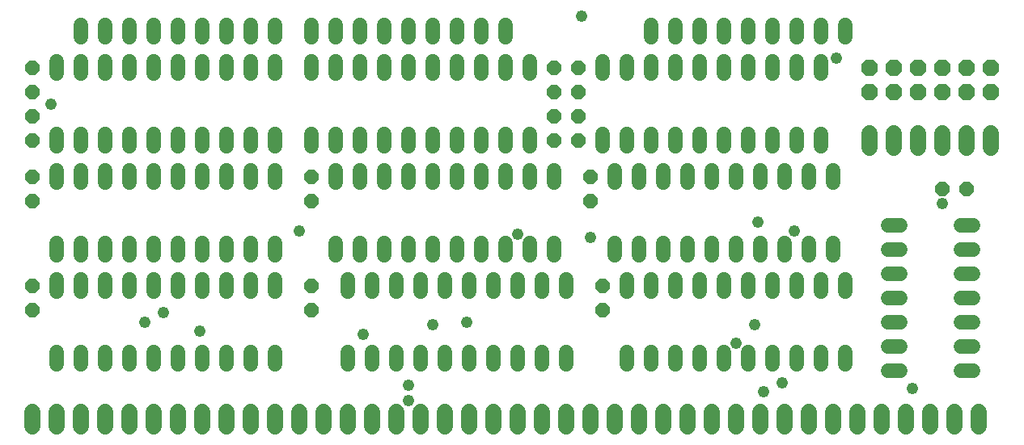
<source format=gts>
G75*
%MOIN*%
%OFA0B0*%
%FSLAX24Y24*%
%IPPOS*%
%LPD*%
%AMOC8*
5,1,8,0,0,1.08239X$1,22.5*
%
%ADD10C,0.0600*%
%ADD11C,0.0680*%
%ADD12OC8,0.0680*%
%ADD13OC8,0.0600*%
%ADD14C,0.0480*%
D10*
X002367Y003340D02*
X002367Y003860D01*
X003367Y003860D02*
X003367Y003340D01*
X004367Y003340D02*
X004367Y003860D01*
X005367Y003860D02*
X005367Y003340D01*
X006367Y003340D02*
X006367Y003860D01*
X007367Y003860D02*
X007367Y003340D01*
X008367Y003340D02*
X008367Y003860D01*
X009367Y003860D02*
X009367Y003340D01*
X010367Y003340D02*
X010367Y003860D01*
X011367Y003860D02*
X011367Y003340D01*
X014367Y003340D02*
X014367Y003860D01*
X015367Y003860D02*
X015367Y003340D01*
X016367Y003340D02*
X016367Y003860D01*
X017367Y003860D02*
X017367Y003340D01*
X018367Y003340D02*
X018367Y003860D01*
X019367Y003860D02*
X019367Y003340D01*
X020367Y003340D02*
X020367Y003860D01*
X021367Y003860D02*
X021367Y003340D01*
X022367Y003340D02*
X022367Y003860D01*
X023367Y003860D02*
X023367Y003340D01*
X025867Y003340D02*
X025867Y003860D01*
X026867Y003860D02*
X026867Y003340D01*
X027867Y003340D02*
X027867Y003860D01*
X028867Y003860D02*
X028867Y003340D01*
X029867Y003340D02*
X029867Y003860D01*
X030867Y003860D02*
X030867Y003340D01*
X031867Y003340D02*
X031867Y003860D01*
X032867Y003860D02*
X032867Y003340D01*
X033867Y003340D02*
X033867Y003860D01*
X034867Y003860D02*
X034867Y003340D01*
X036607Y003100D02*
X037127Y003100D01*
X037127Y004100D02*
X036607Y004100D01*
X036607Y005100D02*
X037127Y005100D01*
X037127Y006100D02*
X036607Y006100D01*
X034867Y006340D02*
X034867Y006860D01*
X033867Y006860D02*
X033867Y006340D01*
X032867Y006340D02*
X032867Y006860D01*
X031867Y006860D02*
X031867Y006340D01*
X030867Y006340D02*
X030867Y006860D01*
X029867Y006860D02*
X029867Y006340D01*
X028867Y006340D02*
X028867Y006860D01*
X027867Y006860D02*
X027867Y006340D01*
X026867Y006340D02*
X026867Y006860D01*
X025867Y006860D02*
X025867Y006340D01*
X023367Y006340D02*
X023367Y006860D01*
X022367Y006860D02*
X022367Y006340D01*
X021367Y006340D02*
X021367Y006860D01*
X020367Y006860D02*
X020367Y006340D01*
X019367Y006340D02*
X019367Y006860D01*
X018367Y006860D02*
X018367Y006340D01*
X017367Y006340D02*
X017367Y006860D01*
X016367Y006860D02*
X016367Y006340D01*
X015367Y006340D02*
X015367Y006860D01*
X014367Y006860D02*
X014367Y006340D01*
X011367Y006340D02*
X011367Y006860D01*
X010367Y006860D02*
X010367Y006340D01*
X009367Y006340D02*
X009367Y006860D01*
X008367Y006860D02*
X008367Y006340D01*
X007367Y006340D02*
X007367Y006860D01*
X006367Y006860D02*
X006367Y006340D01*
X005367Y006340D02*
X005367Y006860D01*
X004367Y006860D02*
X004367Y006340D01*
X003367Y006340D02*
X003367Y006860D01*
X002367Y006860D02*
X002367Y006340D01*
X002367Y007840D02*
X002367Y008360D01*
X003367Y008360D02*
X003367Y007840D01*
X004367Y007840D02*
X004367Y008360D01*
X005367Y008360D02*
X005367Y007840D01*
X006367Y007840D02*
X006367Y008360D01*
X007367Y008360D02*
X007367Y007840D01*
X008367Y007840D02*
X008367Y008360D01*
X009367Y008360D02*
X009367Y007840D01*
X010367Y007840D02*
X010367Y008360D01*
X011367Y008360D02*
X011367Y007840D01*
X013867Y007840D02*
X013867Y008360D01*
X014867Y008360D02*
X014867Y007840D01*
X015867Y007840D02*
X015867Y008360D01*
X016867Y008360D02*
X016867Y007840D01*
X017867Y007840D02*
X017867Y008360D01*
X018867Y008360D02*
X018867Y007840D01*
X019867Y007840D02*
X019867Y008360D01*
X020867Y008360D02*
X020867Y007840D01*
X021867Y007840D02*
X021867Y008360D01*
X022867Y008360D02*
X022867Y007840D01*
X025367Y007840D02*
X025367Y008360D01*
X026367Y008360D02*
X026367Y007840D01*
X027367Y007840D02*
X027367Y008360D01*
X028367Y008360D02*
X028367Y007840D01*
X029367Y007840D02*
X029367Y008360D01*
X030367Y008360D02*
X030367Y007840D01*
X031367Y007840D02*
X031367Y008360D01*
X032367Y008360D02*
X032367Y007840D01*
X033367Y007840D02*
X033367Y008360D01*
X034367Y008360D02*
X034367Y007840D01*
X036607Y008100D02*
X037127Y008100D01*
X037127Y009100D02*
X036607Y009100D01*
X039607Y009100D02*
X040127Y009100D01*
X040127Y008100D02*
X039607Y008100D01*
X039607Y007100D02*
X040127Y007100D01*
X040127Y006100D02*
X039607Y006100D01*
X039607Y005100D02*
X040127Y005100D01*
X040127Y004100D02*
X039607Y004100D01*
X039607Y003100D02*
X040127Y003100D01*
X037127Y007100D02*
X036607Y007100D01*
X034367Y010840D02*
X034367Y011360D01*
X033367Y011360D02*
X033367Y010840D01*
X032367Y010840D02*
X032367Y011360D01*
X031367Y011360D02*
X031367Y010840D01*
X030367Y010840D02*
X030367Y011360D01*
X029367Y011360D02*
X029367Y010840D01*
X028367Y010840D02*
X028367Y011360D01*
X027367Y011360D02*
X027367Y010840D01*
X026367Y010840D02*
X026367Y011360D01*
X025367Y011360D02*
X025367Y010840D01*
X022867Y010840D02*
X022867Y011360D01*
X021867Y011360D02*
X021867Y010840D01*
X020867Y010840D02*
X020867Y011360D01*
X019867Y011360D02*
X019867Y010840D01*
X018867Y010840D02*
X018867Y011360D01*
X017867Y011360D02*
X017867Y010840D01*
X016867Y010840D02*
X016867Y011360D01*
X015867Y011360D02*
X015867Y010840D01*
X014867Y010840D02*
X014867Y011360D01*
X013867Y011360D02*
X013867Y010840D01*
X011367Y010840D02*
X011367Y011360D01*
X010367Y011360D02*
X010367Y010840D01*
X009367Y010840D02*
X009367Y011360D01*
X008367Y011360D02*
X008367Y010840D01*
X007367Y010840D02*
X007367Y011360D01*
X006367Y011360D02*
X006367Y010840D01*
X005367Y010840D02*
X005367Y011360D01*
X004367Y011360D02*
X004367Y010840D01*
X003367Y010840D02*
X003367Y011360D01*
X002367Y011360D02*
X002367Y010840D01*
X002367Y012340D02*
X002367Y012860D01*
X003367Y012860D02*
X003367Y012340D01*
X004367Y012340D02*
X004367Y012860D01*
X005367Y012860D02*
X005367Y012340D01*
X006367Y012340D02*
X006367Y012860D01*
X007367Y012860D02*
X007367Y012340D01*
X008367Y012340D02*
X008367Y012860D01*
X009367Y012860D02*
X009367Y012340D01*
X010367Y012340D02*
X010367Y012860D01*
X011367Y012860D02*
X011367Y012340D01*
X012867Y012340D02*
X012867Y012860D01*
X013867Y012860D02*
X013867Y012340D01*
X014867Y012340D02*
X014867Y012860D01*
X015867Y012860D02*
X015867Y012340D01*
X016867Y012340D02*
X016867Y012860D01*
X017867Y012860D02*
X017867Y012340D01*
X018867Y012340D02*
X018867Y012860D01*
X019867Y012860D02*
X019867Y012340D01*
X020867Y012340D02*
X020867Y012860D01*
X021867Y012860D02*
X021867Y012340D01*
X024867Y012340D02*
X024867Y012860D01*
X025867Y012860D02*
X025867Y012340D01*
X026867Y012340D02*
X026867Y012860D01*
X027867Y012860D02*
X027867Y012340D01*
X028867Y012340D02*
X028867Y012860D01*
X029867Y012860D02*
X029867Y012340D01*
X030867Y012340D02*
X030867Y012860D01*
X031867Y012860D02*
X031867Y012340D01*
X032867Y012340D02*
X032867Y012860D01*
X033867Y012860D02*
X033867Y012340D01*
X033867Y015340D02*
X033867Y015860D01*
X032867Y015860D02*
X032867Y015340D01*
X031867Y015340D02*
X031867Y015860D01*
X030867Y015860D02*
X030867Y015340D01*
X029867Y015340D02*
X029867Y015860D01*
X028867Y015860D02*
X028867Y015340D01*
X027867Y015340D02*
X027867Y015860D01*
X026867Y015860D02*
X026867Y015340D01*
X025867Y015340D02*
X025867Y015860D01*
X024867Y015860D02*
X024867Y015340D01*
X021867Y015340D02*
X021867Y015860D01*
X020867Y015860D02*
X020867Y015340D01*
X019867Y015340D02*
X019867Y015860D01*
X018867Y015860D02*
X018867Y015340D01*
X017867Y015340D02*
X017867Y015860D01*
X016867Y015860D02*
X016867Y015340D01*
X015867Y015340D02*
X015867Y015860D01*
X014867Y015860D02*
X014867Y015340D01*
X013867Y015340D02*
X013867Y015860D01*
X012867Y015860D02*
X012867Y015340D01*
X011367Y015340D02*
X011367Y015860D01*
X010367Y015860D02*
X010367Y015340D01*
X009367Y015340D02*
X009367Y015860D01*
X008367Y015860D02*
X008367Y015340D01*
X007367Y015340D02*
X007367Y015860D01*
X006367Y015860D02*
X006367Y015340D01*
X005367Y015340D02*
X005367Y015860D01*
X004367Y015860D02*
X004367Y015340D01*
X003367Y015340D02*
X003367Y015860D01*
X002367Y015860D02*
X002367Y015340D01*
X003367Y016840D02*
X003367Y017360D01*
X004367Y017360D02*
X004367Y016840D01*
X005367Y016840D02*
X005367Y017360D01*
X006367Y017360D02*
X006367Y016840D01*
X007367Y016840D02*
X007367Y017360D01*
X008367Y017360D02*
X008367Y016840D01*
X009367Y016840D02*
X009367Y017360D01*
X010367Y017360D02*
X010367Y016840D01*
X011367Y016840D02*
X011367Y017360D01*
X012867Y017360D02*
X012867Y016840D01*
X013867Y016840D02*
X013867Y017360D01*
X014867Y017360D02*
X014867Y016840D01*
X015867Y016840D02*
X015867Y017360D01*
X016867Y017360D02*
X016867Y016840D01*
X017867Y016840D02*
X017867Y017360D01*
X018867Y017360D02*
X018867Y016840D01*
X019867Y016840D02*
X019867Y017360D01*
X020867Y017360D02*
X020867Y016840D01*
X026867Y016840D02*
X026867Y017360D01*
X027867Y017360D02*
X027867Y016840D01*
X028867Y016840D02*
X028867Y017360D01*
X029867Y017360D02*
X029867Y016840D01*
X030867Y016840D02*
X030867Y017360D01*
X031867Y017360D02*
X031867Y016840D01*
X032867Y016840D02*
X032867Y017360D01*
X033867Y017360D02*
X033867Y016840D01*
X034867Y016840D02*
X034867Y017360D01*
D11*
X001367Y001400D02*
X001367Y000800D01*
X002367Y000800D02*
X002367Y001400D01*
X003367Y001400D02*
X003367Y000800D01*
X004367Y000800D02*
X004367Y001400D01*
X005367Y001400D02*
X005367Y000800D01*
X006367Y000800D02*
X006367Y001400D01*
X007367Y001400D02*
X007367Y000800D01*
X008367Y000800D02*
X008367Y001400D01*
X009367Y001400D02*
X009367Y000800D01*
X010367Y000800D02*
X010367Y001400D01*
X011367Y001400D02*
X011367Y000800D01*
X012367Y000800D02*
X012367Y001400D01*
X013367Y001400D02*
X013367Y000800D01*
X014367Y000800D02*
X014367Y001400D01*
X015367Y001400D02*
X015367Y000800D01*
X016367Y000800D02*
X016367Y001400D01*
X017367Y001400D02*
X017367Y000800D01*
X018367Y000800D02*
X018367Y001400D01*
X019367Y001400D02*
X019367Y000800D01*
X020367Y000800D02*
X020367Y001400D01*
X021367Y001400D02*
X021367Y000800D01*
X022367Y000800D02*
X022367Y001400D01*
X023367Y001400D02*
X023367Y000800D01*
X024367Y000800D02*
X024367Y001400D01*
X025367Y001400D02*
X025367Y000800D01*
X026367Y000800D02*
X026367Y001400D01*
X027367Y001400D02*
X027367Y000800D01*
X028367Y000800D02*
X028367Y001400D01*
X029367Y001400D02*
X029367Y000800D01*
X030367Y000800D02*
X030367Y001400D01*
X031367Y001400D02*
X031367Y000800D01*
X032367Y000800D02*
X032367Y001400D01*
X033367Y001400D02*
X033367Y000800D01*
X034367Y000800D02*
X034367Y001400D01*
X035367Y001400D02*
X035367Y000800D01*
X036367Y000800D02*
X036367Y001400D01*
X037367Y001400D02*
X037367Y000800D01*
X038367Y000800D02*
X038367Y001400D01*
X039367Y001400D02*
X039367Y000800D01*
X040367Y000800D02*
X040367Y001400D01*
X040867Y012300D02*
X040867Y012900D01*
X039867Y012900D02*
X039867Y012300D01*
X038867Y012300D02*
X038867Y012900D01*
X037867Y012900D02*
X037867Y012300D01*
X036867Y012300D02*
X036867Y012900D01*
X035867Y012900D02*
X035867Y012300D01*
D12*
X035867Y014600D03*
X036867Y014600D03*
X037867Y014600D03*
X038867Y014600D03*
X039867Y014600D03*
X040867Y014600D03*
X040867Y015600D03*
X039867Y015600D03*
X038867Y015600D03*
X037867Y015600D03*
X036867Y015600D03*
X035867Y015600D03*
D13*
X038867Y010600D03*
X039867Y010600D03*
X024867Y006600D03*
X024867Y005600D03*
X024367Y010100D03*
X024367Y011100D03*
X023867Y012600D03*
X022867Y012600D03*
X022867Y013600D03*
X023867Y013600D03*
X023867Y014600D03*
X022867Y014600D03*
X022867Y015600D03*
X023867Y015600D03*
X012867Y011100D03*
X012867Y010100D03*
X012867Y006600D03*
X012867Y005600D03*
X001367Y005600D03*
X001367Y006600D03*
X001367Y010100D03*
X001367Y011100D03*
X001367Y012600D03*
X001367Y013600D03*
X001367Y014600D03*
X001367Y015600D03*
D14*
X002117Y014100D03*
X012367Y008850D03*
X006742Y005475D03*
X005992Y005100D03*
X008242Y004725D03*
X014992Y004600D03*
X017867Y004975D03*
X019242Y005100D03*
X016867Y002475D03*
X016867Y001850D03*
X030367Y004225D03*
X031117Y004975D03*
X032242Y002600D03*
X031492Y002225D03*
X037617Y002350D03*
X024367Y008600D03*
X021367Y008725D03*
X031242Y009225D03*
X032742Y008850D03*
X038867Y009975D03*
X034492Y015975D03*
X023992Y017725D03*
M02*

</source>
